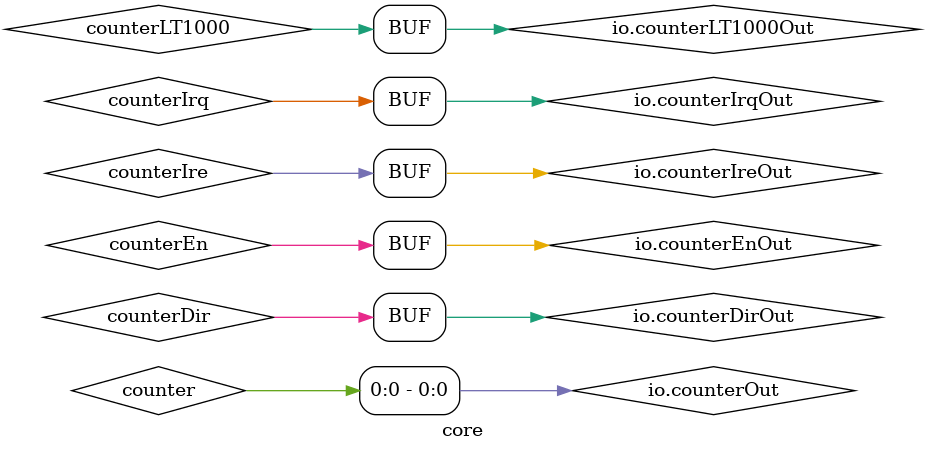
<source format=sv>


interface coreIo;
    // clocks and resets
    logic          clk;
    logic          reset;
    
    
    // device register inputs
    logic  [31:0]  counterIn;
    logic          counterEnIn;
    logic          counterDirIn;
    logic          counterIreIn;


    // device register outputs
    logic  [31:0]  counterOut;
    logic          counterEnOut;
    logic          counterDirOut;
    logic          counterIreOut;
    logic          counterLT1000Out; // count is less than 1000 status output (read only)


    // device register control signals
    logic          counterWe;        // counter register write enable
    logic          counterRe;        // counter register read enable (only needed in some cases)
    logic          counterConfigWe;  // counter config register write enable
    logic          counterConfigRe;  // counter config register read enable (only needed in certain cases)
    logic          counterStatusRe;  // counter status register read enable (only needed in certain cases)


    // interrupt request lines
    logic          counterIrqOut;    // counter interrupt request output


    // modport list (used to define signal direction for specific situations)
    modport in (
        input   clk,
        input   reset,
        input   counterIn,
        input   counterEnIn,
        input   counterDirIn,
        input   counterIreIn,
        output  counterOut,
        output  counterEnOut,
        output  counterDirOut,
        output  counterIreOut,
        output  counterLT1000Out,
        input   counterWe,
        input   counterRe,
        input   counterConfigWe,
        input   counterConfigRe,
        input   counterStatusRe,
        output  counterIrqOut
    );

endinterface


// core code
module core(
    coreIo.in io
    );


    // device registers
    logic  [31:0]  counter;       // counter value
    logic          counterEn;     // counter enable
    logic          counterDir;    // counter direction
    logic          counterIre;    // counter interrupt request enable
    logic          counterLT1000; // counter less than 1000


    // hidden registers
    logic          counterIrq;    // counter interrupt request


    // other internal logic signals
    logic  [31:0]  counterNext;
    logic          counterEnNext;
    logic          counterDirNext;
    logic          counterIreNext;
    logic          counterLT1000Next;
    logic          counterIrqNext;


    // register block
    always_ff @(posedge io.clk or posedge io.reset) begin
        if(io.reset) begin
            // reset conditions
            counter       <= 32'b0;
            counterEn     <= 1'b0;
            counterDir    <= 1'b0;
            counterIre    <= 1'b0;
            counterLT1000 <= 1'b0;
            counterIrq    <= 1'b0;
        end else begin
            // default conditions
            counter       <= counterNext;
            counterEn     <= counterEnNext;
            counterDir    <= counterDirNext;
            counterIre    <= counterIreNext;
            counterLT1000 <= counterLT1000Next;
            counterIrq    <= counterIrqNext;
        end
    end


    // combinational logic block
    always_comb begin
        // default logic values
        counterIrqNext    = 1'b0;                  // do not signal an interrupt
        counterNext       = counter;               // retain old count value
        counterEnNext     = counterEn;             // retain old data
        counterDirNext    = counterDir;            // retain old data
        counterIreNext    = counterIre;            // retain old data
        counterLT1000Next = counterLT1000;         // retain old data


        // counter logic
        if(io.counterWe)
            counterNext = io.counterIn;            // load new count from bus master
        else begin
            if(counterEn) begin                    // if counting is enabled then
                if(counterDir)
                    counterNext = counter + 32'd1; // count up
                else
                    counterNext = counter - 32'd1; // count down
            end
        end


        // config logic
        if(io.counterConfigWe) begin
            counterEnNext  = io.counterEnIn;       // load new config value from bus master
            counterDirNext = io.counterDirIn;      // load new config value from bus master
            counterIreNext = io.counterIreIn;      // load new config value from bus master
        end


        // status logic
        counterLT1000Next = counter < 1000;        // set the less than 1000 status flag if the count is less than 1000


        // interrupt triggering logic
        if(counterIre && &counter[15:0])           // trigger an interrupt if interrupts are enabled and
            counterIrqNext = 1'b1;                 // the lower 16 bits of the counter are set


        // assign output values
        io.counterOut       = counter;
        io.counterEnOut     = counterEn;
        io.counterDirOut    = counterDir;
        io.counterIreOut    = counterIre;
        io.counterLT1000Out = counterLT1000;
        io.counterIrqOut    = counterIrq;

    end


endmodule


</source>
